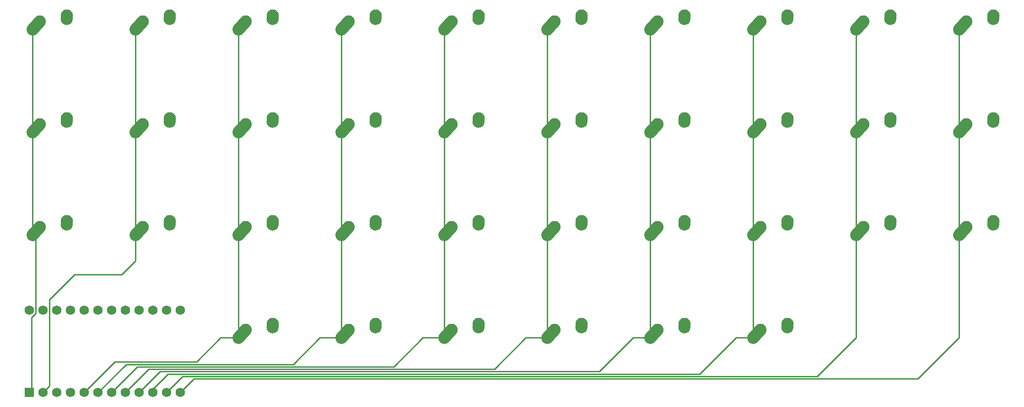
<source format=gbr>
%TF.GenerationSoftware,KiCad,Pcbnew,(5.99.0-9795-gc3c3649211)*%
%TF.CreationDate,2021-06-10T22:06:10-05:00*%
%TF.ProjectId,free10u,66726565-3130-4752-9e6b-696361645f70,rev?*%
%TF.SameCoordinates,Original*%
%TF.FileFunction,Copper,L1,Top*%
%TF.FilePolarity,Positive*%
%FSLAX46Y46*%
G04 Gerber Fmt 4.6, Leading zero omitted, Abs format (unit mm)*
G04 Created by KiCad (PCBNEW (5.99.0-9795-gc3c3649211)) date 2021-06-10 22:06:10*
%MOMM*%
%LPD*%
G01*
G04 APERTURE LIST*
G04 Aperture macros list*
%AMHorizOval*
0 Thick line with rounded ends*
0 $1 width*
0 $2 $3 position (X,Y) of the first rounded end (center of the circle)*
0 $4 $5 position (X,Y) of the second rounded end (center of the circle)*
0 Add line between two ends*
20,1,$1,$2,$3,$4,$5,0*
0 Add two circle primitives to create the rounded ends*
1,1,$1,$2,$3*
1,1,$1,$4,$5*%
G04 Aperture macros list end*
%TA.AperFunction,ComponentPad*%
%ADD10C,1.752600*%
%TD*%
%TA.AperFunction,ComponentPad*%
%ADD11R,1.752600X1.752600*%
%TD*%
%TA.AperFunction,ComponentPad*%
%ADD12C,2.250000*%
%TD*%
%TA.AperFunction,ComponentPad*%
%ADD13HorizOval,2.250000X0.655001X0.730000X-0.655001X-0.730000X0*%
%TD*%
%TA.AperFunction,ComponentPad*%
%ADD14HorizOval,2.250000X0.020000X0.290000X-0.020000X-0.290000X0*%
%TD*%
%TA.AperFunction,Conductor*%
%ADD15C,0.250000*%
%TD*%
G04 APERTURE END LIST*
D10*
%TO.P,U1,24,RAW*%
%TO.N,unconnected-(U1-Pad24)*%
X22542500Y-118586250D03*
%TO.P,U1,12,9/PB5*%
%TO.N,col9*%
X50482500Y-133826250D03*
%TO.P,U1,23,GND*%
%TO.N,unconnected-(U1-Pad23)*%
X25082500Y-118586250D03*
%TO.P,U1,22,RST*%
%TO.N,unconnected-(U1-Pad22)*%
X27622500Y-118586250D03*
%TO.P,U1,21,VCC*%
%TO.N,unconnected-(U1-Pad21)*%
X30162500Y-118586250D03*
%TO.P,U1,20,A3/PF4*%
%TO.N,row0*%
X32702500Y-118586250D03*
%TO.P,U1,19,A2/PF5*%
%TO.N,row1*%
X35242500Y-118586250D03*
%TO.P,U1,18,A1/PF6*%
%TO.N,row2*%
X37782500Y-118586250D03*
%TO.P,U1,17,A0/PF7*%
%TO.N,row3*%
X40322500Y-118586250D03*
%TO.P,U1,16,15/PB1*%
%TO.N,unconnected-(U1-Pad16)*%
X42862500Y-118586250D03*
%TO.P,U1,15,14/PB3*%
%TO.N,unconnected-(U1-Pad15)*%
X45402500Y-118586250D03*
%TO.P,U1,14,16/PB2*%
%TO.N,unconnected-(U1-Pad14)*%
X47942500Y-118586250D03*
%TO.P,U1,13,10/PB6*%
%TO.N,unconnected-(U1-Pad13)*%
X50482500Y-118586250D03*
%TO.P,U1,11,8/PB4*%
%TO.N,col8*%
X47942500Y-133826250D03*
%TO.P,U1,10,7/PE6*%
%TO.N,col7*%
X45402500Y-133826250D03*
%TO.P,U1,9,6/PD7*%
%TO.N,col6*%
X42862500Y-133826250D03*
%TO.P,U1,8,5/PC6*%
%TO.N,col5*%
X40322500Y-133826250D03*
%TO.P,U1,7,4/PD4*%
%TO.N,col4*%
X37782500Y-133826250D03*
%TO.P,U1,6,3/PD0*%
%TO.N,col3*%
X35242500Y-133826250D03*
%TO.P,U1,5,2/PD1*%
%TO.N,col2*%
X32702500Y-133826250D03*
%TO.P,U1,4,GND*%
%TO.N,unconnected-(U1-Pad4)*%
X30162500Y-133826250D03*
%TO.P,U1,3,GND*%
%TO.N,unconnected-(U1-Pad3)*%
X27622500Y-133826250D03*
%TO.P,U1,2,RX1/PD2*%
%TO.N,col1*%
X25082500Y-133826250D03*
D11*
%TO.P,U1,1,TX0/PD3*%
%TO.N,col0*%
X22542500Y-133826250D03*
%TD*%
D12*
%TO.P,MX36,1,COL*%
%TO.N,col7*%
X157837500Y-122206250D03*
D13*
X157182501Y-122936250D03*
D12*
%TO.P,MX36,2,ROW*%
%TO.N,Net-(D36-Pad2)*%
X162877500Y-121126250D03*
D14*
X162857500Y-121416250D03*
%TD*%
D12*
%TO.P,MX35,1,COL*%
%TO.N,col6*%
X138787500Y-122206250D03*
D13*
X138132501Y-122936250D03*
D12*
%TO.P,MX35,2,ROW*%
%TO.N,Net-(D35-Pad2)*%
X143827500Y-121126250D03*
D14*
X143807500Y-121416250D03*
%TD*%
D12*
%TO.P,MX34,1,COL*%
%TO.N,col5*%
X119737500Y-122206250D03*
D13*
X119082501Y-122936250D03*
D12*
%TO.P,MX34,2,ROW*%
%TO.N,Net-(D34-Pad2)*%
X124777500Y-121126250D03*
D14*
X124757500Y-121416250D03*
%TD*%
D12*
%TO.P,MX33,1,COL*%
%TO.N,col4*%
X100687500Y-122206250D03*
D13*
X100032501Y-122936250D03*
D12*
%TO.P,MX33,2,ROW*%
%TO.N,Net-(D33-Pad2)*%
X105727500Y-121126250D03*
D14*
X105707500Y-121416250D03*
%TD*%
D12*
%TO.P,MX32,1,COL*%
%TO.N,col3*%
X81637500Y-122206250D03*
D13*
X80982501Y-122936250D03*
D12*
%TO.P,MX32,2,ROW*%
%TO.N,Net-(D32-Pad2)*%
X86677500Y-121126250D03*
D14*
X86657500Y-121416250D03*
%TD*%
D12*
%TO.P,MX31,1,COL*%
%TO.N,col2*%
X62587500Y-122206250D03*
D13*
X61932501Y-122936250D03*
D12*
%TO.P,MX31,2,ROW*%
%TO.N,Net-(D31-Pad2)*%
X67627500Y-121126250D03*
D14*
X67607500Y-121416250D03*
%TD*%
D12*
%TO.P,MX30,1,COL*%
%TO.N,col9*%
X195937500Y-103156250D03*
D13*
X195282501Y-103886250D03*
D12*
%TO.P,MX30,2,ROW*%
%TO.N,Net-(D30-Pad2)*%
X200977500Y-102076250D03*
D14*
X200957500Y-102366250D03*
%TD*%
D12*
%TO.P,MX29,1,COL*%
%TO.N,col8*%
X176887500Y-103156250D03*
D13*
X176232501Y-103886250D03*
D12*
%TO.P,MX29,2,ROW*%
%TO.N,Net-(D29-Pad2)*%
X181927500Y-102076250D03*
D14*
X181907500Y-102366250D03*
%TD*%
D12*
%TO.P,MX28,1,COL*%
%TO.N,col7*%
X157837500Y-103156250D03*
D13*
X157182501Y-103886250D03*
D12*
%TO.P,MX28,2,ROW*%
%TO.N,Net-(D28-Pad2)*%
X162877500Y-102076250D03*
D14*
X162857500Y-102366250D03*
%TD*%
D12*
%TO.P,MX27,1,COL*%
%TO.N,col6*%
X138787500Y-103156250D03*
D13*
X138132501Y-103886250D03*
D12*
%TO.P,MX27,2,ROW*%
%TO.N,Net-(D27-Pad2)*%
X143827500Y-102076250D03*
D14*
X143807500Y-102366250D03*
%TD*%
D12*
%TO.P,MX26,1,COL*%
%TO.N,col5*%
X119737500Y-103156250D03*
D13*
X119082501Y-103886250D03*
D12*
%TO.P,MX26,2,ROW*%
%TO.N,Net-(D26-Pad2)*%
X124777500Y-102076250D03*
D14*
X124757500Y-102366250D03*
%TD*%
D12*
%TO.P,MX25,1,COL*%
%TO.N,col4*%
X100687500Y-103156250D03*
D13*
X100032501Y-103886250D03*
D12*
%TO.P,MX25,2,ROW*%
%TO.N,Net-(D25-Pad2)*%
X105727500Y-102076250D03*
D14*
X105707500Y-102366250D03*
%TD*%
D12*
%TO.P,MX24,1,COL*%
%TO.N,col3*%
X81637500Y-103156250D03*
D13*
X80982501Y-103886250D03*
D12*
%TO.P,MX24,2,ROW*%
%TO.N,Net-(D24-Pad2)*%
X86677500Y-102076250D03*
D14*
X86657500Y-102366250D03*
%TD*%
D12*
%TO.P,MX23,1,COL*%
%TO.N,col2*%
X62587500Y-103156250D03*
D13*
X61932501Y-103886250D03*
D12*
%TO.P,MX23,2,ROW*%
%TO.N,Net-(D23-Pad2)*%
X67627500Y-102076250D03*
D14*
X67607500Y-102366250D03*
%TD*%
D12*
%TO.P,MX22,1,COL*%
%TO.N,col1*%
X43537500Y-103156250D03*
D13*
X42882501Y-103886250D03*
D12*
%TO.P,MX22,2,ROW*%
%TO.N,Net-(D22-Pad2)*%
X48577500Y-102076250D03*
D14*
X48557500Y-102366250D03*
%TD*%
D12*
%TO.P,MX21,1,COL*%
%TO.N,col0*%
X24487500Y-103156250D03*
D13*
X23832501Y-103886250D03*
D12*
%TO.P,MX21,2,ROW*%
%TO.N,Net-(D21-Pad2)*%
X29527500Y-102076250D03*
D14*
X29507500Y-102366250D03*
%TD*%
D12*
%TO.P,MX20,1,COL*%
%TO.N,col9*%
X195937500Y-84106250D03*
D13*
X195282501Y-84836250D03*
D12*
%TO.P,MX20,2,ROW*%
%TO.N,Net-(D20-Pad2)*%
X200977500Y-83026250D03*
D14*
X200957500Y-83316250D03*
%TD*%
D12*
%TO.P,MX19,1,COL*%
%TO.N,col8*%
X176887500Y-84106250D03*
D13*
X176232501Y-84836250D03*
D12*
%TO.P,MX19,2,ROW*%
%TO.N,Net-(D19-Pad2)*%
X181927500Y-83026250D03*
D14*
X181907500Y-83316250D03*
%TD*%
D12*
%TO.P,MX18,1,COL*%
%TO.N,col7*%
X157837500Y-84106250D03*
D13*
X157182501Y-84836250D03*
D12*
%TO.P,MX18,2,ROW*%
%TO.N,Net-(D18-Pad2)*%
X162877500Y-83026250D03*
D14*
X162857500Y-83316250D03*
%TD*%
D12*
%TO.P,MX17,1,COL*%
%TO.N,col6*%
X138787500Y-84106250D03*
D13*
X138132501Y-84836250D03*
D12*
%TO.P,MX17,2,ROW*%
%TO.N,Net-(D17-Pad2)*%
X143827500Y-83026250D03*
D14*
X143807500Y-83316250D03*
%TD*%
D12*
%TO.P,MX16,1,COL*%
%TO.N,col5*%
X119737500Y-84106250D03*
D13*
X119082501Y-84836250D03*
D12*
%TO.P,MX16,2,ROW*%
%TO.N,Net-(D16-Pad2)*%
X124777500Y-83026250D03*
D14*
X124757500Y-83316250D03*
%TD*%
D12*
%TO.P,MX15,1,COL*%
%TO.N,col4*%
X100687500Y-84106250D03*
D13*
X100032501Y-84836250D03*
D12*
%TO.P,MX15,2,ROW*%
%TO.N,Net-(D15-Pad2)*%
X105727500Y-83026250D03*
D14*
X105707500Y-83316250D03*
%TD*%
D12*
%TO.P,MX14,1,COL*%
%TO.N,col3*%
X81637500Y-84106250D03*
D13*
X80982501Y-84836250D03*
D12*
%TO.P,MX14,2,ROW*%
%TO.N,Net-(D14-Pad2)*%
X86677500Y-83026250D03*
D14*
X86657500Y-83316250D03*
%TD*%
D12*
%TO.P,MX13,1,COL*%
%TO.N,col2*%
X62587500Y-84106250D03*
D13*
X61932501Y-84836250D03*
D12*
%TO.P,MX13,2,ROW*%
%TO.N,Net-(D13-Pad2)*%
X67627500Y-83026250D03*
D14*
X67607500Y-83316250D03*
%TD*%
D12*
%TO.P,MX12,1,COL*%
%TO.N,col1*%
X43537500Y-84106250D03*
D13*
X42882501Y-84836250D03*
D12*
%TO.P,MX12,2,ROW*%
%TO.N,Net-(D12-Pad2)*%
X48577500Y-83026250D03*
D14*
X48557500Y-83316250D03*
%TD*%
D12*
%TO.P,MX11,1,COL*%
%TO.N,col0*%
X24487500Y-84106250D03*
D13*
X23832501Y-84836250D03*
D12*
%TO.P,MX11,2,ROW*%
%TO.N,Net-(D11-Pad2)*%
X29527500Y-83026250D03*
D14*
X29507500Y-83316250D03*
%TD*%
D12*
%TO.P,MX10,1,COL*%
%TO.N,col9*%
X195937500Y-65056250D03*
D13*
X195282501Y-65786250D03*
D12*
%TO.P,MX10,2,ROW*%
%TO.N,Net-(D10-Pad2)*%
X200977500Y-63976250D03*
D14*
X200957500Y-64266250D03*
%TD*%
D12*
%TO.P,MX9,1,COL*%
%TO.N,col8*%
X176887500Y-65056250D03*
D13*
X176232501Y-65786250D03*
D12*
%TO.P,MX9,2,ROW*%
%TO.N,Net-(D9-Pad2)*%
X181927500Y-63976250D03*
D14*
X181907500Y-64266250D03*
%TD*%
D12*
%TO.P,MX8,1,COL*%
%TO.N,col7*%
X157837500Y-65056250D03*
D13*
X157182501Y-65786250D03*
D12*
%TO.P,MX8,2,ROW*%
%TO.N,Net-(D8-Pad2)*%
X162877500Y-63976250D03*
D14*
X162857500Y-64266250D03*
%TD*%
D12*
%TO.P,MX7,1,COL*%
%TO.N,col6*%
X138787500Y-65056250D03*
D13*
X138132501Y-65786250D03*
D12*
%TO.P,MX7,2,ROW*%
%TO.N,Net-(D7-Pad2)*%
X143827500Y-63976250D03*
D14*
X143807500Y-64266250D03*
%TD*%
D12*
%TO.P,MX6,1,COL*%
%TO.N,col5*%
X119737500Y-65056250D03*
D13*
X119082501Y-65786250D03*
D12*
%TO.P,MX6,2,ROW*%
%TO.N,Net-(D6-Pad2)*%
X124777500Y-63976250D03*
D14*
X124757500Y-64266250D03*
%TD*%
D12*
%TO.P,MX5,1,COL*%
%TO.N,col4*%
X100687500Y-65056250D03*
D13*
X100032501Y-65786250D03*
D12*
%TO.P,MX5,2,ROW*%
%TO.N,Net-(D5-Pad2)*%
X105727500Y-63976250D03*
D14*
X105707500Y-64266250D03*
%TD*%
D12*
%TO.P,MX4,1,COL*%
%TO.N,col3*%
X81637500Y-65056250D03*
D13*
X80982501Y-65786250D03*
D12*
%TO.P,MX4,2,ROW*%
%TO.N,Net-(D4-Pad2)*%
X86677500Y-63976250D03*
D14*
X86657500Y-64266250D03*
%TD*%
D12*
%TO.P,MX3,1,COL*%
%TO.N,col2*%
X62587500Y-65056250D03*
D13*
X61932501Y-65786250D03*
D12*
%TO.P,MX3,2,ROW*%
%TO.N,Net-(D3-Pad2)*%
X67627500Y-63976250D03*
D14*
X67607500Y-64266250D03*
%TD*%
D12*
%TO.P,MX2,1,COL*%
%TO.N,col1*%
X43537500Y-65056250D03*
D13*
X42882501Y-65786250D03*
D12*
%TO.P,MX2,2,ROW*%
%TO.N,Net-(D2-Pad2)*%
X48577500Y-63976250D03*
D14*
X48557500Y-64266250D03*
%TD*%
D12*
%TO.P,MX1,1,COL*%
%TO.N,col0*%
X24487500Y-65056250D03*
D13*
X23832501Y-65786250D03*
D12*
%TO.P,MX1,2,ROW*%
%TO.N,Net-(D1-Pad2)*%
X29527500Y-63976250D03*
D14*
X29507500Y-64266250D03*
%TD*%
D15*
%TO.N,col2*%
X53524980Y-128137480D02*
X38391270Y-128137480D01*
X57996210Y-123666250D02*
X53524980Y-128137480D01*
X61277500Y-123666250D02*
X57996210Y-123666250D01*
X38391270Y-128137480D02*
X32702500Y-133826250D01*
%TO.N,col9*%
X194627500Y-104616250D02*
X194627500Y-123666250D01*
X194627500Y-123666250D02*
X187006130Y-131287620D01*
X187006130Y-131287620D02*
X53021130Y-131287620D01*
X53021130Y-131287620D02*
X50482500Y-133826250D01*
%TO.N,col8*%
X175577500Y-104616250D02*
X175577500Y-123666250D01*
X175577500Y-123666250D02*
X168406150Y-130837600D01*
X168406150Y-130837600D02*
X50931150Y-130837600D01*
X50931150Y-130837600D02*
X47942500Y-133826250D01*
%TO.N,col7*%
X156527500Y-123666250D02*
X153352500Y-123666250D01*
X153352500Y-123666250D02*
X146631170Y-130387580D01*
X146631170Y-130387580D02*
X93081330Y-130387580D01*
X45402500Y-133826250D02*
X45402500Y-133191250D01*
X45402500Y-133191250D02*
X48206170Y-130387580D01*
X48206170Y-130387580D02*
X93081330Y-130387580D01*
X93081330Y-130387580D02*
X92868750Y-130387580D01*
%TO.N,col6*%
X137477500Y-123666250D02*
X134302500Y-123666250D01*
X134302500Y-123666250D02*
X128031190Y-129937560D01*
X128031190Y-129937560D02*
X46751190Y-129937560D01*
X46751190Y-129937560D02*
X42862500Y-133826250D01*
%TO.N,col5*%
X118427500Y-123666250D02*
X114458750Y-123666250D01*
X114458750Y-123666250D02*
X108637460Y-129487540D01*
X44661210Y-129487540D02*
X40322500Y-133826250D01*
X108637460Y-129487540D02*
X44661210Y-129487540D01*
%TO.N,col4*%
X99377500Y-123666250D02*
X95408750Y-123666250D01*
X95408750Y-123666250D02*
X90037480Y-129037520D01*
X90037480Y-129037520D02*
X42571230Y-129037520D01*
X42571230Y-129037520D02*
X37782500Y-133826250D01*
%TO.N,col3*%
X80327500Y-123666250D02*
X76358750Y-123666250D01*
X76358750Y-123666250D02*
X71437500Y-128587500D01*
X71437500Y-128587500D02*
X40481250Y-128587500D01*
X40481250Y-128587500D02*
X35242500Y-133826250D01*
%TO.N,col2*%
X61277500Y-66516250D02*
X61277500Y-115728750D01*
X61277500Y-115728750D02*
X61277500Y-123666250D01*
%TO.N,col1*%
X25082500Y-133826250D02*
X26283811Y-132624939D01*
X26283811Y-116591189D02*
X30956250Y-111918750D01*
X26283811Y-132624939D02*
X26283811Y-116591189D01*
X42227500Y-109378750D02*
X42227500Y-104616250D01*
X30956250Y-111918750D02*
X39687500Y-111918750D01*
X39687500Y-111918750D02*
X42227500Y-109378750D01*
%TO.N,col0*%
X22542500Y-133826250D02*
X23018750Y-133350000D01*
X23018750Y-133350000D02*
X23018750Y-119887941D01*
X23018750Y-119887941D02*
X23743811Y-119162880D01*
X23743811Y-119162880D02*
X23743811Y-105182561D01*
X23743811Y-105182561D02*
X23177500Y-104616250D01*
%TO.N,col9*%
X194627500Y-66516250D02*
X194627500Y-104616250D01*
%TO.N,col8*%
X175577500Y-66516250D02*
X175577500Y-104616250D01*
%TO.N,col7*%
X156527500Y-66516250D02*
X156527500Y-123666250D01*
%TO.N,col6*%
X137477500Y-66516250D02*
X137477500Y-123666250D01*
%TO.N,col5*%
X118427500Y-66516250D02*
X118427500Y-123666250D01*
%TO.N,col4*%
X99377500Y-66516250D02*
X99377500Y-123666250D01*
%TO.N,col3*%
X80327500Y-66516250D02*
X80327500Y-123666250D01*
%TO.N,col1*%
X42227500Y-66516250D02*
X42227500Y-104616250D01*
%TO.N,col0*%
X23177500Y-66516250D02*
X23177500Y-104616250D01*
%TD*%
M02*

</source>
